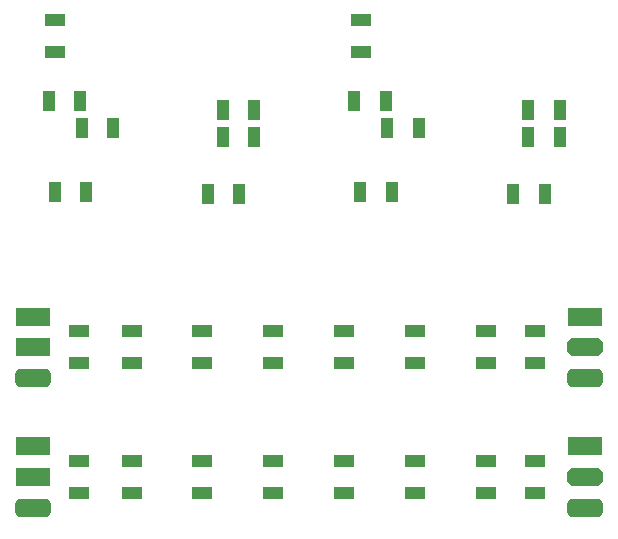
<source format=gbp>
G04 Layer_Color=128*
%FSLAX23Y23*%
%MOIN*%
G70*
G01*
G75*
%ADD25R,0.043X0.067*%
%ADD26R,0.067X0.043*%
%ADD27R,0.118X0.060*%
G04:AMPARAMS|DCode=28|XSize=118mil|YSize=60mil|CornerRadius=0mil|HoleSize=0mil|Usage=FLASHONLY|Rotation=0.000|XOffset=0mil|YOffset=0mil|HoleType=Round|Shape=Octagon|*
%AMOCTAGOND28*
4,1,8,0.059,-0.015,0.059,0.015,0.044,0.030,-0.044,0.030,-0.059,0.015,-0.059,-0.015,-0.044,-0.030,0.044,-0.030,0.059,-0.015,0.0*
%
%ADD28OCTAGOND28*%

G04:AMPARAMS|DCode=29|XSize=118mil|YSize=60mil|CornerRadius=15mil|HoleSize=0mil|Usage=FLASHONLY|Rotation=0.000|XOffset=0mil|YOffset=0mil|HoleType=Round|Shape=RoundedRectangle|*
%AMROUNDEDRECTD29*
21,1,0.118,0.030,0,0,0.0*
21,1,0.088,0.060,0,0,0.0*
1,1,0.030,0.044,-0.015*
1,1,0.030,-0.044,-0.015*
1,1,0.030,-0.044,0.015*
1,1,0.030,0.044,0.015*
%
%ADD29ROUNDEDRECTD29*%
D25*
X1245Y1359D02*
D03*
X1352D02*
D03*
X1242Y1449D02*
D03*
X1135D02*
D03*
X1155Y1147D02*
D03*
X1262D02*
D03*
X1715Y1329D02*
D03*
X1822D02*
D03*
Y1419D02*
D03*
X1715D02*
D03*
X1772Y1139D02*
D03*
X1665D02*
D03*
X227Y1359D02*
D03*
X333D02*
D03*
X223Y1449D02*
D03*
X117D02*
D03*
X137Y1147D02*
D03*
X243D02*
D03*
X697Y1329D02*
D03*
X803D02*
D03*
Y1419D02*
D03*
X697D02*
D03*
X753Y1139D02*
D03*
X647D02*
D03*
D26*
X1159Y1722D02*
D03*
Y1615D02*
D03*
X140Y1722D02*
D03*
Y1615D02*
D03*
X217Y144D02*
D03*
Y250D02*
D03*
X630Y144D02*
D03*
Y250D02*
D03*
X394Y144D02*
D03*
Y250D02*
D03*
X866Y144D02*
D03*
Y250D02*
D03*
X1339Y144D02*
D03*
Y250D02*
D03*
X1575Y144D02*
D03*
Y250D02*
D03*
X1740Y144D02*
D03*
Y250D02*
D03*
X1102Y144D02*
D03*
Y250D02*
D03*
X217Y577D02*
D03*
Y683D02*
D03*
X630Y577D02*
D03*
Y683D02*
D03*
X394Y577D02*
D03*
Y683D02*
D03*
X866Y577D02*
D03*
Y683D02*
D03*
X1339Y577D02*
D03*
Y683D02*
D03*
X1575Y577D02*
D03*
Y683D02*
D03*
X1740Y577D02*
D03*
Y683D02*
D03*
X1102Y577D02*
D03*
Y683D02*
D03*
D27*
X1906Y299D02*
D03*
X64Y197D02*
D03*
Y299D02*
D03*
X1906Y732D02*
D03*
X64Y630D02*
D03*
Y732D02*
D03*
D28*
X1905Y196D02*
D03*
Y629D02*
D03*
D29*
X1906Y94D02*
D03*
X65D02*
D03*
X1906Y528D02*
D03*
X65D02*
D03*
M02*

</source>
